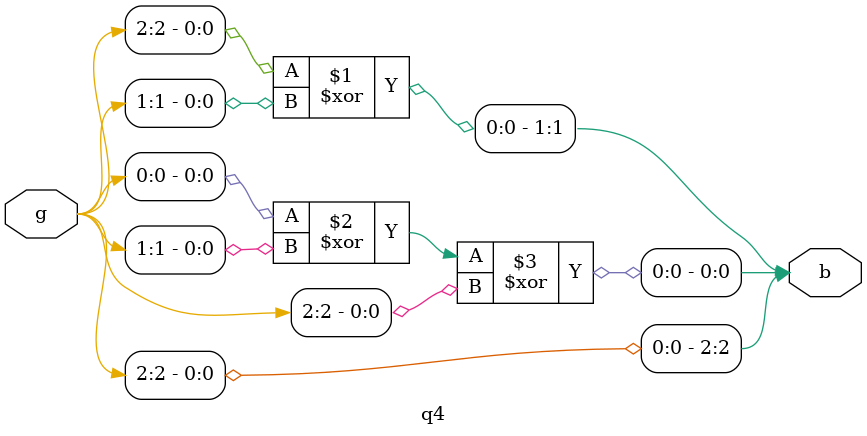
<source format=v>
module q4(g,b);
    input [2:0] g;
    output [2:0] b;
    assign b[2] = g[2];
    assign b[1] = g[2] ^ g[1];
    assign b[0] = g[0] ^ g[1] ^ g[2];
endmodule
</source>
